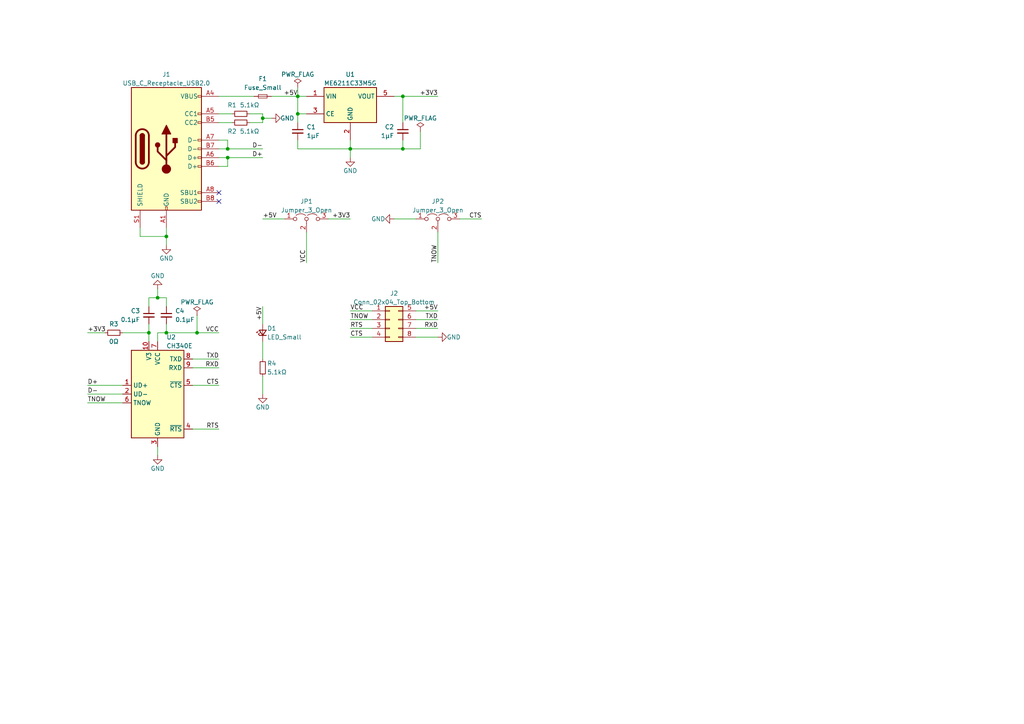
<source format=kicad_sch>
(kicad_sch (version 20211123) (generator eeschema)
  (paper "A4")
  (title_block (title "TinyUSer - USB to Serial powered by CH340X") (date "2022-11-01") (rev "A.1") (company "Metro94 <flattiles@gmail.com>"))
  (lib_symbols
    (symbol "Connector:USB_C_Receptacle_USB2.0" (pin_names (offset 1.016))
      (property "Reference" "J" (at -10.16 19.05 0))
      (property "Value" "USB_C_Receptacle_USB2.0" (at 19.05 19.05 0))
      (symbol "USB_C_Receptacle_USB2.0_0_0"
        (rectangle (start -0.254 -17.78) (end 0.254 -16.764))
        (rectangle (start 10.16 -14.986) (end 9.144 -15.494))
        (rectangle (start 10.16 -12.446) (end 9.144 -12.954))
        (rectangle (start 10.16 -4.826) (end 9.144 -5.334))
        (rectangle (start 10.16 -2.286) (end 9.144 -2.794))
        (rectangle (start 10.16 0.254) (end 9.144 -0.254))
        (rectangle (start 10.16 2.794) (end 9.144 2.286))
        (rectangle (start 10.16 7.874) (end 9.144 7.366))
        (rectangle (start 10.16 10.414) (end 9.144 9.906))
        (rectangle (start 10.16 15.494) (end 9.144 14.986))
      )
      (symbol "USB_C_Receptacle_USB2.0_0_1"
        (rectangle (start -10.16 17.78) (end 10.16 -17.78) (stroke (width 0.254)) (fill (type background)))
        (arc (start -8.89 -3.81) (mid -6.985 -5.715) (end -5.08 -3.81) (stroke (width 0.508)))
        (arc (start -7.62 -3.81) (mid -6.985 -4.445) (end -6.35 -3.81) (stroke (width 0.254)))
        (arc (start -7.62 -3.81) (mid -6.985 -4.445) (end -6.35 -3.81) (stroke (width 0.254)) (fill (type outline)))
        (rectangle (start -7.62 -3.81) (end -6.35 3.81) (stroke (width 0.254)) (fill (type outline)))
        (arc (start -6.35 3.81) (mid -6.985 4.445) (end -7.62 3.81) (stroke (width 0.254)))
        (arc (start -6.35 3.81) (mid -6.985 4.445) (end -7.62 3.81) (stroke (width 0.254)) (fill (type outline)))
        (arc (start -5.08 3.81) (mid -6.985 5.715) (end -8.89 3.81) (stroke (width 0.508)))
        (circle (center -2.54 1.143) (radius 0.635) (stroke (width 0.254)) (fill (type outline)))
        (circle (center 0 -5.842) (radius 1.27) (fill (type outline)))
        (polyline (pts (xy -8.89 -3.81) (xy -8.89 3.81)) (stroke (width 0.508)))
        (polyline (pts (xy -5.08 3.81) (xy -5.08 -3.81)) (stroke (width 0.508)))
        (polyline (pts (xy 0 -5.842) (xy 0 4.318)) (stroke (width 0.508)))
        (polyline (pts (xy 0 -3.302) (xy -2.54 -0.762) (xy -2.54 0.508)) (stroke (width 0.508)))
        (polyline (pts (xy 0 -2.032) (xy 2.54 0.508) (xy 2.54 1.778)) (stroke (width 0.508)))
        (polyline (pts (xy -1.27 4.318) (xy 0 6.858) (xy 1.27 4.318) (xy -1.27 4.318)) (stroke (width 0.254)) (fill (type outline)))
        (rectangle (start 1.905 1.778) (end 3.175 3.048) (stroke (width 0.254)) (fill (type outline)))
      )
      (symbol "USB_C_Receptacle_USB2.0_1_1"
        (pin passive line (at 0 -22.86 90) (length 5.08) (name "GND") (number "A1"))
        (pin passive line (at 0 -22.86 90) (length 5.08) hide (name "GND") (number "A12"))
        (pin passive line (at 15.24 15.24 180) (length 5.08) (name "VBUS") (number "A4"))
        (pin bidirectional line (at 15.24 10.16 180) (length 5.08) (name "CC1") (number "A5"))
        (pin bidirectional line (at 15.24 -2.54 180) (length 5.08) (name "D+") (number "A6"))
        (pin bidirectional line (at 15.24 2.54 180) (length 5.08) (name "D-") (number "A7"))
        (pin bidirectional line (at 15.24 -12.7 180) (length 5.08) (name "SBU1") (number "A8"))
        (pin passive line (at 15.24 15.24 180) (length 5.08) hide (name "VBUS") (number "A9"))
        (pin passive line (at 0 -22.86 90) (length 5.08) hide (name "GND") (number "B1"))
        (pin passive line (at 0 -22.86 90) (length 5.08) hide (name "GND") (number "B12"))
        (pin passive line (at 15.24 15.24 180) (length 5.08) hide (name "VBUS") (number "B4"))
        (pin bidirectional line (at 15.24 7.62 180) (length 5.08) (name "CC2") (number "B5"))
        (pin bidirectional line (at 15.24 -5.08 180) (length 5.08) (name "D+") (number "B6"))
        (pin bidirectional line (at 15.24 0 180) (length 5.08) (name "D-") (number "B7"))
        (pin bidirectional line (at 15.24 -15.24 180) (length 5.08) (name "SBU2") (number "B8"))
        (pin passive line (at 15.24 15.24 180) (length 5.08) hide (name "VBUS") (number "B9"))
        (pin passive line (at -7.62 -22.86 90) (length 5.08) (name "SHIELD") (number "S1"))
      )
    )
    (symbol "Connector_Generic:Conn_02x04_Top_Bottom" (pin_names (offset 1.016) hide)
      (property "Reference" "J" (at 1.27 5.08 0))
      (property "Value" "Conn_02x04_Top_Bottom" (at 1.27 -7.62 0))
      (symbol "Conn_02x04_Top_Bottom_1_1"
        (rectangle (start -1.27 -4.953) (end 0 -5.207) (stroke (width 0.1524)))
        (rectangle (start -1.27 -2.413) (end 0 -2.667) (stroke (width 0.1524)))
        (rectangle (start -1.27 0.127) (end 0 -0.127) (stroke (width 0.1524)))
        (rectangle (start -1.27 2.667) (end 0 2.413) (stroke (width 0.1524)))
        (rectangle (start -1.27 3.81) (end 3.81 -6.35) (stroke (width 0.254)) (fill (type background)))
        (rectangle (start 3.81 -4.953) (end 2.54 -5.207) (stroke (width 0.1524)))
        (rectangle (start 3.81 -2.413) (end 2.54 -2.667) (stroke (width 0.1524)))
        (rectangle (start 3.81 0.127) (end 2.54 -0.127) (stroke (width 0.1524)))
        (rectangle (start 3.81 2.667) (end 2.54 2.413) (stroke (width 0.1524)))
        (pin passive line (at -5.08 2.54 0) (length 3.81) (name "Pin_1") (number "1"))
        (pin passive line (at -5.08 0 0) (length 3.81) (name "Pin_2") (number "2"))
        (pin passive line (at -5.08 -2.54 0) (length 3.81) (name "Pin_3") (number "3"))
        (pin passive line (at -5.08 -5.08 0) (length 3.81) (name "Pin_4") (number "4"))
        (pin passive line (at 7.62 2.54 180) (length 3.81) (name "Pin_5") (number "5"))
        (pin passive line (at 7.62 0 180) (length 3.81) (name "Pin_6") (number "6"))
        (pin passive line (at 7.62 -2.54 180) (length 3.81) (name "Pin_7") (number "7"))
        (pin passive line (at 7.62 -5.08 180) (length 3.81) (name "Pin_8") (number "8"))
      )
    )
    (symbol "Device:C_Small" (pin_numbers hide) (pin_names (offset 0.254) hide)
      (property "Reference" "C" (at 0.254 1.778 0))
      (property "Value" "C_Small" (at 0.254 -2.032 0))
      (symbol "C_Small_0_1"
        (polyline (pts (xy -1.524 -0.508) (xy 1.524 -0.508)) (stroke (width 0.3302)))
        (polyline (pts (xy -1.524 0.508) (xy 1.524 0.508)) (stroke (width 0.3048)))
      )
      (symbol "C_Small_1_1"
        (pin passive line (at 0 2.54 270) (length 2.032) (name "~") (number "1"))
        (pin passive line (at 0 -2.54 90) (length 2.032) (name "~") (number "2"))
      )
    )
    (symbol "Device:Fuse_Small" (pin_numbers hide) (pin_names (offset 0.254) hide)
      (property "Reference" "F" (at 0 -1.524 0))
      (property "Value" "Fuse_Small" (at 0 1.524 0))
      (symbol "Fuse_Small_0_1"
        (rectangle (start -1.27 0.508) (end 1.27 -0.508))
        (polyline (pts (xy -1.27 0) (xy 1.27 0)))
      )
      (symbol "Fuse_Small_1_1"
        (pin passive line (at -2.54 0 0) (length 1.27) (name "~") (number "1"))
        (pin passive line (at 2.54 0 180) (length 1.27) (name "~") (number "2"))
      )
    )
    (symbol "Device:LED_Small" (pin_numbers hide) (pin_names (offset 0.254) hide)
      (property "Reference" "D" (at -1.27 3.175 0))
      (property "Value" "LED_Small" (at -4.445 -2.54 0))
      (symbol "LED_Small_0_1"
        (polyline (pts (xy -0.762 -1.016) (xy -0.762 1.016)) (stroke (width 0.254)))
        (polyline (pts (xy 1.016 0) (xy -0.762 0)))
        (polyline (pts (xy 0.762 -1.016) (xy -0.762 0) (xy 0.762 1.016) (xy 0.762 -1.016)) (stroke (width 0.254)))
        (polyline (pts (xy 0 0.762) (xy -0.508 1.27) (xy -0.254 1.27) (xy -0.508 1.27) (xy -0.508 1.016)))
        (polyline (pts (xy 0.508 1.27) (xy 0 1.778) (xy 0.254 1.778) (xy 0 1.778) (xy 0 1.524)))
      )
      (symbol "LED_Small_1_1"
        (pin passive line (at -2.54 0 0) (length 1.778) (name "K") (number "1"))
        (pin passive line (at 2.54 0 180) (length 1.778) (name "A") (number "2"))
      )
    )
    (symbol "Device:R_Small" (pin_numbers hide) (pin_names (offset 0.254) hide)
      (property "Reference" "R" (at 0.762 0.508 0))
      (property "Value" "R_Small" (at 0.762 -1.016 0))
      (symbol "R_Small_0_1"
        (rectangle (start -0.762 1.778) (end 0.762 -1.778) (stroke (width 0.2032)))
      )
      (symbol "R_Small_1_1"
        (pin passive line (at 0 2.54 270) (length 0.762) (name "~") (number "1"))
        (pin passive line (at 0 -2.54 90) (length 0.762) (name "~") (number "2"))
      )
    )
    (symbol "Interface_USB:CH340E"
      (property "Reference" "U" (at -5.08 13.97 0))
      (property "Value" "CH340E" (at 1.27 13.97 0))
      (symbol "CH340E_0_1"
        (rectangle (start -7.62 12.7) (end 7.62 -12.7) (stroke (width 0.254)) (fill (type background)))
      )
      (symbol "CH340E_1_1"
        (pin bidirectional line (at -10.16 2.54 0) (length 2.54) (name "UD+") (number "1"))
        (pin passive line (at -2.54 15.24 270) (length 2.54) (name "V3") (number "10"))
        (pin bidirectional line (at -10.16 0 0) (length 2.54) (name "UD-") (number "2"))
        (pin power_in line (at 0 -15.24 90) (length 2.54) (name "GND") (number "3"))
        (pin output line (at 10.16 -10.16 180) (length 2.54) (name "~{RTS}") (number "4"))
        (pin input line (at 10.16 2.54 180) (length 2.54) (name "~{CTS}") (number "5"))
        (pin output line (at -10.16 -2.54 0) (length 2.54) (name "TNOW") (number "6"))
        (pin power_in line (at 0 15.24 270) (length 2.54) (name "VCC") (number "7"))
        (pin output line (at 10.16 10.16 180) (length 2.54) (name "TXD") (number "8"))
        (pin input line (at 10.16 7.62 180) (length 2.54) (name "RXD") (number "9"))
      )
    )
    (symbol "Jumper:Jumper_3_Open" (pin_names (offset 0) hide)
      (property "Reference" "JP" (at -2.54 -2.54 0))
      (property "Value" "Jumper_3_Open" (at 0 2.794 0))
      (symbol "Jumper_3_Open_0_0"
        (circle (center -3.302 0) (radius 0.508))
        (circle (center 0 0) (radius 0.508))
        (circle (center 3.302 0) (radius 0.508))
      )
      (symbol "Jumper_3_Open_0_1"
        (arc (start -0.254 1.016) (mid -1.651 1.4992) (end -3.048 1.016))
        (polyline (pts (xy 0 -0.508) (xy 0 -1.27)))
        (arc (start 3.048 1.016) (mid 1.651 1.4992) (end 0.254 1.016))
      )
      (symbol "Jumper_3_Open_1_1"
        (pin passive line (at -6.35 0 0) (length 2.54) (name "A") (number "1"))
        (pin passive line (at 0 -3.81 90) (length 2.54) (name "C") (number "2"))
        (pin passive line (at 6.35 0 180) (length 2.54) (name "B") (number "3"))
      )
    )
    (symbol "Regulator_Linear:XC6210B332MR"
      (property "Reference" "U" (at 0 8.89 0))
      (property "Value" "XC6210B332MR" (at 0 6.35 0))
      (symbol "XC6210B332MR_0_1"
        (rectangle (start -7.62 5.08) (end 7.62 -5.08) (stroke (width 0.254)) (fill (type background)))
      )
      (symbol "XC6210B332MR_1_1"
        (pin power_in line (at -12.7 2.54 0) (length 5.08) (name "VIN") (number "1"))
        (pin power_in line (at 0 -10.16 90) (length 5.08) (name "GND") (number "2"))
        (pin input line (at -12.7 -2.54 0) (length 5.08) (name "CE") (number "3"))
        (pin no_connect line (at 12.7 -2.54 180) (length 5.08) hide (name "NC") (number "4"))
        (pin power_out line (at 12.7 2.54 180) (length 5.08) (name "VOUT") (number "5"))
      )
    )
    (symbol "power:GND" (power) (pin_names (offset 0))
      (property "Value" "GND" (at 0 -3.81 0))
      (symbol "GND_0_1"
        (polyline (pts (xy 0 0) (xy 0 -1.27) (xy 1.27 -1.27) (xy 0 -2.54) (xy -1.27 -1.27) (xy 0 -1.27)))
      )
      (symbol "GND_1_1"
        (pin power_in line (at 0 0 270) (length 0) hide (name "GND") (number "1"))
      )
    )
    (symbol "power:PWR_FLAG" (power) (pin_numbers hide) (pin_names (offset 0) hide)
      (property "Value" "PWR_FLAG" (at 0 3.81 0))
      (symbol "PWR_FLAG_0_0"
        (pin power_out line (at 0 0 90) (length 0) (name "pwr") (number "1"))
      )
      (symbol "PWR_FLAG_0_1"
        (polyline (pts (xy 0 0) (xy 0 1.27) (xy -1.016 1.905) (xy 0 2.54) (xy 1.016 1.905) (xy 0 1.27)))
      )
    )
  )
  (junction (at 48.26 68.58))
  (junction (at 43.18 96.52))
  (junction (at 116.84 27.94))
  (junction (at 76.2 34.29))
  (junction (at 86.36 33.02))
  (junction (at 101.6 43.18))
  (junction (at 66.04 43.18))
  (junction (at 57.15 96.52))
  (junction (at 45.72 86.36))
  (junction (at 48.26 96.52))
  (junction (at 66.04 45.72))
  (junction (at 86.36 27.94))
  (junction (at 116.84 43.18))
  (no_connect (at 63.5 55.88))
  (no_connect (at 63.5 58.42))
  (wire (pts (xy 57.15 91.44) (xy 57.15 96.52)))
  (wire (pts (xy 66.04 43.18) (xy 76.2 43.18)))
  (wire (pts (xy 133.35 63.5) (xy 139.7 63.5)))
  (wire (pts (xy 57.15 96.52) (xy 63.5 96.52)))
  (wire (pts (xy 63.5 48.26) (xy 66.04 48.26)))
  (wire (pts (xy 40.64 68.58) (xy 40.64 66.04)))
  (wire (pts (xy 35.56 96.52) (xy 43.18 96.52)))
  (wire (pts (xy 88.9 67.31) (xy 88.9 76.2)))
  (wire (pts (xy 76.2 109.22) (xy 76.2 114.3)))
  (wire (pts (xy 63.5 27.94) (xy 73.66 27.94)))
  (wire (pts (xy 76.2 34.29) (xy 78.74 34.29)))
  (wire (pts (xy 25.4 111.76) (xy 35.56 111.76)))
  (wire (pts (xy 63.5 33.02) (xy 67.31 33.02)))
  (wire (pts (xy 116.84 43.18) (xy 101.6 43.18)))
  (wire (pts (xy 121.92 38.1) (xy 121.92 43.18)))
  (wire (pts (xy 120.65 97.79) (xy 127 97.79)))
  (wire (pts (xy 78.74 27.94) (xy 86.36 27.94)))
  (wire (pts (xy 63.5 35.56) (xy 67.31 35.56)))
  (wire (pts (xy 25.4 96.52) (xy 30.48 96.52)))
  (wire (pts (xy 114.3 63.5) (xy 120.65 63.5)))
  (wire (pts (xy 101.6 90.17) (xy 107.95 90.17)))
  (wire (pts (xy 43.18 88.9) (xy 43.18 86.36)))
  (wire (pts (xy 63.5 45.72) (xy 66.04 45.72)))
  (wire (pts (xy 76.2 99.06) (xy 76.2 104.14)))
  (wire (pts (xy 48.26 66.04) (xy 48.26 68.58)))
  (wire (pts (xy 45.72 129.54) (xy 45.72 132.08)))
  (wire (pts (xy 127 67.31) (xy 127 76.2)))
  (wire (pts (xy 76.2 35.56) (xy 72.39 35.56)))
  (wire (pts (xy 45.72 96.52) (xy 45.72 99.06)))
  (wire (pts (xy 66.04 40.64) (xy 66.04 43.18)))
  (wire (pts (xy 101.6 92.71) (xy 107.95 92.71)))
  (wire (pts (xy 45.72 86.36) (xy 48.26 86.36)))
  (wire (pts (xy 86.36 33.02) (xy 86.36 35.56)))
  (wire (pts (xy 66.04 48.26) (xy 66.04 45.72)))
  (wire (pts (xy 95.25 63.5) (xy 101.6 63.5)))
  (wire (pts (xy 86.36 27.94) (xy 86.36 33.02)))
  (wire (pts (xy 48.26 93.98) (xy 48.26 96.52)))
  (wire (pts (xy 120.65 92.71) (xy 127 92.71)))
  (wire (pts (xy 43.18 93.98) (xy 43.18 96.52)))
  (wire (pts (xy 86.36 25.4) (xy 86.36 27.94)))
  (wire (pts (xy 48.26 86.36) (xy 48.26 88.9)))
  (wire (pts (xy 86.36 40.64) (xy 86.36 43.18)))
  (wire (pts (xy 72.39 33.02) (xy 76.2 33.02)))
  (wire (pts (xy 55.88 106.68) (xy 63.5 106.68)))
  (wire (pts (xy 76.2 33.02) (xy 76.2 34.29)))
  (wire (pts (xy 76.2 88.9) (xy 76.2 93.98)))
  (wire (pts (xy 48.26 96.52) (xy 45.72 96.52)))
  (wire (pts (xy 55.88 104.14) (xy 63.5 104.14)))
  (wire (pts (xy 116.84 40.64) (xy 116.84 43.18)))
  (wire (pts (xy 86.36 27.94) (xy 88.9 27.94)))
  (wire (pts (xy 86.36 43.18) (xy 101.6 43.18)))
  (wire (pts (xy 63.5 40.64) (xy 66.04 40.64)))
  (wire (pts (xy 43.18 96.52) (xy 43.18 99.06)))
  (wire (pts (xy 101.6 95.25) (xy 107.95 95.25)))
  (wire (pts (xy 43.18 86.36) (xy 45.72 86.36)))
  (wire (pts (xy 55.88 124.46) (xy 63.5 124.46)))
  (wire (pts (xy 101.6 40.64) (xy 101.6 43.18)))
  (wire (pts (xy 101.6 97.79) (xy 107.95 97.79)))
  (wire (pts (xy 55.88 111.76) (xy 63.5 111.76)))
  (wire (pts (xy 48.26 68.58) (xy 40.64 68.58)))
  (wire (pts (xy 76.2 34.29) (xy 76.2 35.56)))
  (wire (pts (xy 25.4 116.84) (xy 35.56 116.84)))
  (wire (pts (xy 66.04 45.72) (xy 76.2 45.72)))
  (wire (pts (xy 121.92 43.18) (xy 116.84 43.18)))
  (wire (pts (xy 76.2 63.5) (xy 82.55 63.5)))
  (wire (pts (xy 120.65 90.17) (xy 127 90.17)))
  (wire (pts (xy 114.3 27.94) (xy 116.84 27.94)))
  (wire (pts (xy 88.9 33.02) (xy 86.36 33.02)))
  (wire (pts (xy 48.26 68.58) (xy 48.26 71.12)))
  (wire (pts (xy 116.84 27.94) (xy 127 27.94)))
  (wire (pts (xy 45.72 83.82) (xy 45.72 86.36)))
  (wire (pts (xy 63.5 43.18) (xy 66.04 43.18)))
  (wire (pts (xy 101.6 43.18) (xy 101.6 45.72)))
  (wire (pts (xy 25.4 114.3) (xy 35.56 114.3)))
  (wire (pts (xy 116.84 27.94) (xy 116.84 35.56)))
  (wire (pts (xy 48.26 96.52) (xy 57.15 96.52)))
  (wire (pts (xy 120.65 95.25) (xy 127 95.25)))
  (label "RXD" (at 127 95.25 180))
  (label "+5V" (at 86.36 27.94 180))
  (label "RXD" (at 63.5 106.68 180))
  (label "CTS" (at 101.6 97.79 0))
  (label "+3V3" (at 127 27.94 180))
  (label "CTS" (at 139.7 63.5 180))
  (label "+3V3" (at 25.4 96.52 0))
  (label "D-" (at 76.2 43.18 180))
  (label "CTS" (at 63.5 111.76 180))
  (label "D+" (at 76.2 45.72 180))
  (label "VCC" (at 88.9 76.2 90))
  (label "TNOW" (at 127 76.2 90))
  (label "+5V" (at 127 90.17 180))
  (label "+5V" (at 76.2 88.9 270))
  (label "TXD" (at 127 92.71 180))
  (label "D-" (at 25.4 114.3 0))
  (label "RTS" (at 101.6 95.25 0))
  (label "D+" (at 25.4 111.76 0))
  (label "TNOW" (at 101.6 92.71 0))
  (label "VCC" (at 63.5 96.52 180))
  (label "+3V3" (at 101.6 63.5 180))
  (label "TXD" (at 63.5 104.14 180))
  (label "VCC" (at 101.6 90.17 0))
  (label "TNOW" (at 25.4 116.84 0))
  (label "RTS" (at 63.5 124.46 180))
  (label "+5V" (at 76.2 63.5 0))
  (symbol (lib_id "Connector_Generic:Conn_02x04_Top_Bottom") (at 113.03 92.71 0) (unit 1)
    (property "Reference" "J2" (at 114.3 85.09 0))
    (property "Value" "Conn_02x04_Top_Bottom" (at 114.3 87.63 0))
    (property "Footprint" "Connector_Pin_NoSilkscreen:Pin_2x04_P2.54mm_NoSilkscreen" (effects hide))
  )
  (symbol (lib_id "power:GND") (at 114.3 63.5 270) (unit 1)
    (property "Reference" "#PWR0101" (effects hide))
    (property "Value" "GND" (at 111.76 63.5 90) (effects (justify right)))
  )
  (symbol (lib_id "Device:Fuse_Small") (at 76.2 27.94 0) (unit 1)
    (property "Reference" "F1" (at 76.2 22.86 0))
    (property "Value" "Fuse_Small" (at 76.2 25.4 0))
    (property "Footprint" "Fuse:Fuse_0603_1608Metric" (effects hide))
  )
  (symbol (lib_id "Device:R_Small") (at 69.85 33.02 90) (unit 1)
    (property "Reference" "R1" (at 67.31 30.48 90))
    (property "Value" "5.1kΩ" (at 72.39 30.48 90))
    (property "Footprint" "Resistor_SMD:R_0603_1608Metric" (effects hide))
  )
  (symbol (lib_id "power:PWR_FLAG") (at 86.36 25.4 0) (unit 1)
    (property "Reference" "#FLG01" (effects hide))
    (property "Value" "PWR_FLAG" (at 86.36 21.59 0))
  )
  (symbol (lib_id "Device:C_Small") (at 116.84 38.1 0) (unit 1)
    (property "Reference" "C2" (at 114.3 36.83 0) (effects (justify right)))
    (property "Value" "1μF" (at 114.3 39.37 0) (effects (justify right)))
    (property "Footprint" "Capacitor_SMD:C_0603_1608Metric" (effects hide))
  )
  (symbol (lib_id "Regulator_Linear:XC6210B332MR") (at 101.6 30.48 0) (unit 1)
    (property "Reference" "U1" (at 101.6 21.59 0))
    (property "Value" "ME6211C33M5G" (at 101.6 24.13 0))
    (property "Footprint" "Package_TO_SOT_SMD:SOT-23-5" (effects hide))
    (property "Datasheet" "https://www.torexsemi.com/file/xc6210/XC6210.pdf" (effects hide))
  )
  (symbol (lib_id "power:GND") (at 48.26 71.12 0) (unit 1)
    (property "Reference" "#PWR04" (effects hide))
    (property "Value" "GND" (at 48.26 74.93 0))
  )
  (symbol (lib_id "Device:R_Small") (at 76.2 106.68 0) (unit 1)
    (property "Reference" "R4" (at 77.47 105.41 0) (effects (justify left)))
    (property "Value" "5.1kΩ" (at 77.47 107.95 0) (effects (justify left)))
    (property "Footprint" "Resistor_SMD:R_0603_1608Metric" (effects hide))
  )
  (symbol (lib_id "power:PWR_FLAG") (at 121.92 38.1 0) (unit 1)
    (property "Reference" "#FLG02" (effects hide))
    (property "Value" "PWR_FLAG" (at 121.92 34.29 0))
  )
  (symbol (lib_id "power:GND") (at 45.72 83.82 180) (unit 1)
    (property "Reference" "#PWR05" (effects hide))
    (property "Value" "GND" (at 45.72 80.01 0))
  )
  (symbol (lib_id "Device:LED_Small") (at 76.2 96.52 90) (unit 1)
    (property "Reference" "D1" (at 77.47 95.25 90) (effects (justify right)))
    (property "Value" "LED_Small" (at 77.47 97.79 90) (effects (justify right)))
    (property "Footprint" "LED_SMD:LED_0603_1608Metric" (effects hide))
  )
  (symbol (lib_id "Device:R_Small") (at 69.85 35.56 90) (unit 1)
    (property "Reference" "R2" (at 67.31 38.1 90))
    (property "Value" "5.1kΩ" (at 72.39 38.1 90))
    (property "Footprint" "Resistor_SMD:R_0603_1608Metric" (effects hide))
  )
  (symbol (lib_id "power:GND") (at 45.72 132.08 0) (unit 1)
    (property "Reference" "#PWR07" (effects hide))
    (property "Value" "GND" (at 45.72 135.89 0))
  )
  (symbol (lib_id "power:GND") (at 127 97.79 90) (unit 1)
    (property "Reference" "#PWR06" (effects hide))
    (property "Value" "GND" (at 129.54 97.79 90) (effects (justify right)))
  )
  (symbol (lib_id "power:GND") (at 101.6 45.72 0) (unit 1)
    (property "Reference" "#PWR02" (effects hide))
    (property "Value" "GND" (at 101.6 49.53 0))
  )
  (symbol (lib_id "Interface_USB:CH340E") (at 45.72 114.3 0) (unit 1)
    (property "Reference" "U2" (at 48.26 97.79 0) (effects (justify left)))
    (property "Value" "CH340E" (at 48.26 100.33 0) (effects (justify left)))
    (property "Footprint" "Package_SO:MSOP-10_3x3mm_P0.5mm" (effects hide))
    (property "Datasheet" "https://www.mpja.com/download/35227cpdata.pdf" (effects hide))
  )
  (symbol (lib_id "power:GND") (at 76.2 114.3 0) (unit 1)
    (property "Reference" "#PWR08" (effects hide))
    (property "Value" "GND" (at 76.2 118.11 0))
  )
  (symbol (lib_id "power:GND") (at 78.74 34.29 90) (unit 1)
    (property "Reference" "#PWR01" (effects hide))
    (property "Value" "GND" (at 81.28 34.29 90) (effects (justify right)))
  )
  (symbol (lib_id "Device:R_Small") (at 33.02 96.52 90) (unit 1)
    (property "Reference" "R3" (at 33.02 93.98 90))
    (property "Value" "0Ω" (at 33.02 99.06 90))
    (property "Footprint" "Resistor_SMD:R_0603_1608Metric" (effects hide))
  )
  (symbol (lib_id "power:PWR_FLAG") (at 57.15 91.44 0) (unit 1)
    (property "Reference" "#FLG03" (effects hide))
    (property "Value" "PWR_FLAG" (at 57.15 87.63 0))
  )
  (symbol (lib_id "Jumper:Jumper_3_Open") (at 127 63.5 0) (unit 1)
    (property "Reference" "JP2" (at 127 58.42 0))
    (property "Value" "Jumper_3_Open" (at 127 60.96 0))
    (property "Footprint" "Jumper_NoSilkscreen:Jumper-3" (effects hide))
  )
  (symbol (lib_id "Connector:USB_C_Receptacle_USB2.0") (at 48.26 43.18 0) (unit 1)
    (property "Reference" "J1" (at 48.26 21.59 0))
    (property "Value" "USB_C_Receptacle_USB2.0" (at 48.26 24.13 0))
    (property "Footprint" "Connector_USB:USB_C_Receptacle_Palconn_UTC16-G" (effects hide))
    (property "Datasheet" "https://www.usb.org/sites/default/files/documents/usb_type-c.zip" (effects hide))
  )
  (symbol (lib_id "Device:C_Small") (at 43.18 91.44 0) (unit 1)
    (property "Reference" "C3" (at 40.64 90.17 0) (effects (justify right)))
    (property "Value" "0.1μF" (at 40.64 92.71 0) (effects (justify right)))
    (property "Footprint" "Capacitor_SMD:C_0603_1608Metric" (effects hide))
  )
  (symbol (lib_id "Jumper:Jumper_3_Open") (at 88.9 63.5 0) (unit 1)
    (property "Reference" "JP1" (at 88.9 58.42 0))
    (property "Value" "Jumper_3_Open" (at 88.9 60.96 0))
    (property "Footprint" "Jumper_NoSilkscreen:Jumper-3" (effects hide))
  )
  (symbol (lib_id "Device:C_Small") (at 86.36 38.1 0) (unit 1)
    (property "Reference" "C1" (at 88.9 36.83 0) (effects (justify left)))
    (property "Value" "1μF" (at 88.9 39.37 0) (effects (justify left)))
    (property "Footprint" "Capacitor_SMD:C_0603_1608Metric" (effects hide))
  )
  (symbol (lib_id "Device:C_Small") (at 48.26 91.44 0) (unit 1)
    (property "Reference" "C4" (at 50.8 90.17 0) (effects (justify left)))
    (property "Value" "0.1μF" (at 50.8 92.71 0) (effects (justify left)))
    (property "Footprint" "Capacitor_SMD:C_0603_1608Metric" (effects hide))
  )
)
</source>
